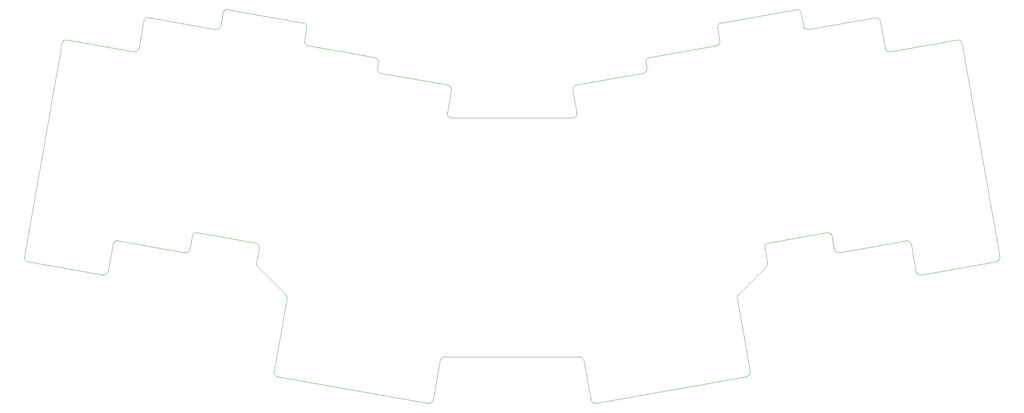
<source format=gm1>
%TF.GenerationSoftware,KiCad,Pcbnew,7.0.6*%
%TF.CreationDate,2023-07-14T19:01:00+02:00*%
%TF.ProjectId,Choc34SB,43686f63-3334-4534-922e-6b696361645f,rev?*%
%TF.SameCoordinates,Original*%
%TF.FileFunction,Profile,NP*%
%FSLAX46Y46*%
G04 Gerber Fmt 4.6, Leading zero omitted, Abs format (unit mm)*
G04 Created by KiCad (PCBNEW 7.0.6) date 2023-07-14 19:01:00*
%MOMM*%
%LPD*%
G01*
G04 APERTURE LIST*
%TA.AperFunction,Profile*%
%ADD10C,0.010000*%
%TD*%
G04 APERTURE END LIST*
D10*
X200766998Y-55307586D02*
X184995422Y-58088532D01*
X67341663Y-48711509D02*
G75*
G03*
X66183198Y-49522700I-173663J-984791D01*
G01*
X212820147Y-106473751D02*
X212198168Y-102946327D01*
X92971570Y-107351812D02*
X99570556Y-114001117D01*
X172442575Y-139505228D02*
X207895653Y-133253884D01*
X99845589Y-114879176D02*
G75*
G03*
X99570555Y-114001118I-984989J173576D01*
G01*
X248854405Y-109277219D02*
X266580945Y-106151546D01*
X167859282Y-64562572D02*
G75*
G03*
X167048118Y-65721012I173818J-984928D01*
G01*
X220721337Y-47625851D02*
G75*
G03*
X219562892Y-46814691I-984737J-173549D01*
G01*
X103953121Y-54151702D02*
G75*
G03*
X104764352Y-55310170I984879J-173598D01*
G01*
X137505719Y-71181751D02*
G75*
G03*
X138490505Y-72355393I984681J-173749D01*
G01*
X246567281Y-102064793D02*
G75*
G03*
X245408776Y-101253651I-984981J-173907D01*
G01*
X138468535Y-65721001D02*
G75*
G03*
X137657414Y-64562549I-984735J173701D01*
G01*
X46980657Y-54767895D02*
X38124599Y-104993092D01*
X136853877Y-128586716D02*
X168662824Y-128586711D01*
X78720067Y-99356791D02*
X92507373Y-101787868D01*
X92696537Y-106473752D02*
G75*
G03*
X92971570Y-107351812I984763J-173648D01*
G01*
X77023307Y-103220855D02*
X77561610Y-100167956D01*
X267392102Y-104993089D02*
X258536045Y-54767899D01*
X257377586Y-53956737D02*
X241620666Y-56735110D01*
X121089371Y-60625733D02*
G75*
G03*
X121900484Y-61784185I984929J-173567D01*
G01*
X212545157Y-107351847D02*
G75*
G03*
X212820147Y-106473751I-709657J704347D01*
G01*
X184995409Y-58088460D02*
G75*
G03*
X184184260Y-59246991I173691J-984840D01*
G01*
X221259698Y-50678739D02*
G75*
G03*
X222418114Y-51489907I984802J173639D01*
G01*
X246567230Y-102064802D02*
X247695948Y-108466052D01*
X97621045Y-133253892D02*
X133074123Y-139505217D01*
X183616225Y-61784215D02*
G75*
G03*
X184427371Y-60625727I-173525J984715D01*
G01*
X200767010Y-55307655D02*
G75*
G03*
X201580654Y-54163912I-173710J984855D01*
G01*
X93318535Y-102946328D02*
X92696549Y-106473754D01*
X171284118Y-138694066D02*
G75*
G03*
X172442575Y-139505228I984682J173466D01*
G01*
X240462267Y-55923930D02*
G75*
G03*
X241620666Y-56735109I984733J173530D01*
G01*
X169647681Y-129413055D02*
G75*
G03*
X168662824Y-128586711I-984881J-173745D01*
G01*
X205946152Y-114001111D02*
X212545128Y-107351818D01*
X238175040Y-48711541D02*
X222418114Y-51489907D01*
X136853877Y-128586696D02*
G75*
G03*
X135869068Y-129413075I-77J-999904D01*
G01*
X227955074Y-100167950D02*
G75*
G03*
X226796631Y-99356794I-984874J-173750D01*
G01*
X60107917Y-101253643D02*
X75864850Y-104032016D01*
X60107929Y-101253575D02*
G75*
G03*
X58949469Y-102064804I-173629J-984825D01*
G01*
X78720069Y-99356780D02*
G75*
G03*
X77561611Y-100167956I-173569J-984920D01*
G01*
X239333437Y-49522714D02*
G75*
G03*
X238175040Y-48711541I-984837J-173686D01*
G01*
X103953193Y-54151715D02*
X104491501Y-51098810D01*
X120521275Y-58088537D02*
X104764352Y-55310170D01*
X56662287Y-109277265D02*
G75*
G03*
X57820758Y-108466054I173613J984865D01*
G01*
X213009325Y-101787877D02*
G75*
G03*
X212198168Y-102946327I173675J-984823D01*
G01*
X167026189Y-72355398D02*
X138490505Y-72355393D01*
X167026189Y-72355417D02*
G75*
G03*
X168011004Y-71181741I111J999917D01*
G01*
X240462207Y-55923941D02*
X239333499Y-49522703D01*
X84795346Y-47625843D02*
X84257041Y-50678744D01*
X228493422Y-103220854D02*
G75*
G03*
X229651854Y-104032014I984878J173754D01*
G01*
X93318540Y-102946329D02*
G75*
G03*
X92507373Y-101787868I-984840J173629D01*
G01*
X183616219Y-61784180D02*
X167859280Y-64562558D01*
X201897004Y-49929662D02*
G75*
G03*
X201083356Y-51073334I173696J-984838D01*
G01*
X221259660Y-50678746D02*
X220721346Y-47625849D01*
X66183197Y-49522700D02*
X65054485Y-55923946D01*
X38124586Y-104993090D02*
G75*
G03*
X38935754Y-106151543I984714J-173710D01*
G01*
X167048117Y-65721012D02*
X168011004Y-71181741D01*
X184184260Y-59246991D02*
X184427371Y-60625727D01*
X103680339Y-49940351D02*
X85953799Y-46814689D01*
X169647632Y-129413064D02*
X171284118Y-138694066D01*
X134232586Y-138694063D02*
X135869068Y-129413075D01*
X85953802Y-46814672D02*
G75*
G03*
X84795346Y-47625843I-173702J-984728D01*
G01*
X63896036Y-56735106D02*
X48139111Y-53956734D01*
X266580944Y-106151543D02*
G75*
G03*
X267392102Y-104993089I-173844J984943D01*
G01*
X201083356Y-51073334D02*
X201580655Y-54163912D01*
X63896034Y-56735117D02*
G75*
G03*
X65054485Y-55923946I173566J984917D01*
G01*
X207895645Y-133253838D02*
G75*
G03*
X208706816Y-132095431I-173545J984738D01*
G01*
X121089326Y-60625725D02*
X121332432Y-59246999D01*
X57820758Y-108466054D02*
X58949468Y-102064804D01*
X213009323Y-101787865D02*
X226796631Y-99356794D01*
X247695954Y-108466051D02*
G75*
G03*
X248854405Y-109277219I984746J173551D01*
G01*
X75864845Y-104032042D02*
G75*
G03*
X77023307Y-103220855I173555J984942D01*
G01*
X219562892Y-46814691D02*
X201897004Y-49929664D01*
X104491518Y-51098813D02*
G75*
G03*
X103680339Y-49940351I-984718J173713D01*
G01*
X258536001Y-54767907D02*
G75*
G03*
X257377586Y-53956738I-984701J-173493D01*
G01*
X227955089Y-100167947D02*
X228493395Y-103220859D01*
X229651854Y-104032014D02*
X245408776Y-101253651D01*
X83098576Y-51489909D02*
G75*
G03*
X84257041Y-50678744I173724J984709D01*
G01*
X137657414Y-64562549D02*
X121900484Y-61784185D01*
X38935754Y-106151543D02*
X56662296Y-109277216D01*
X83098576Y-51489907D02*
X67341658Y-48711539D01*
X133074129Y-139505184D02*
G75*
G03*
X134232586Y-138694063I173671J984784D01*
G01*
X99845576Y-114879174D02*
X96809883Y-132095431D01*
X137505697Y-71181747D02*
X138468578Y-65721009D01*
X208706816Y-132095431D02*
X205671124Y-114879175D01*
X96809876Y-132095430D02*
G75*
G03*
X97621045Y-133253891I984924J-173570D01*
G01*
X48139124Y-53956661D02*
G75*
G03*
X46980657Y-54767895I-173624J-984839D01*
G01*
X121332429Y-59246998D02*
G75*
G03*
X120521275Y-58088537I-985029J173498D01*
G01*
X205946177Y-114001136D02*
G75*
G03*
X205671124Y-114879175I709523J-704364D01*
G01*
M02*

</source>
